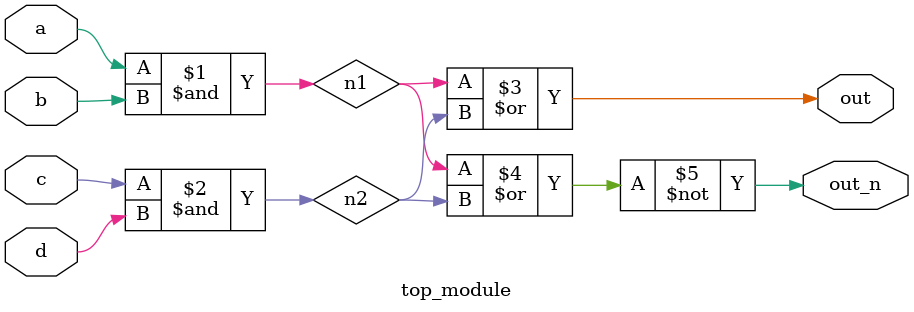
<source format=v>
module top_module(
    input a,
    input b,
    input c,
    input d,
    output out,
    output out_n   ); 
    wire n1,n2;
    assign n1=a&b;
    assign n2=c&d;
    assign out=n1|n2;
    assign out_n=~(n1|n2);

endmodule

</source>
